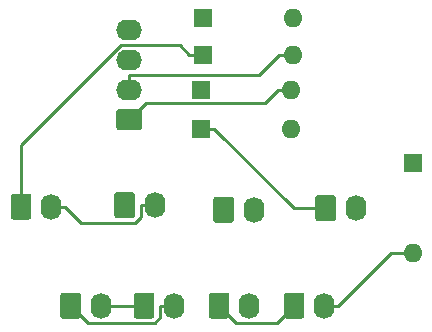
<source format=gbr>
G04 #@! TF.GenerationSoftware,KiCad,Pcbnew,(5.1.5-0-10_14)*
G04 #@! TF.CreationDate,2021-03-15T05:54:21+10:00*
G04 #@! TF.ProjectId,OH - Left Console - 31 - Landing Gear,4f48202d-204c-4656-9674-20436f6e736f,rev?*
G04 #@! TF.SameCoordinates,Original*
G04 #@! TF.FileFunction,Copper,L1,Top*
G04 #@! TF.FilePolarity,Positive*
%FSLAX46Y46*%
G04 Gerber Fmt 4.6, Leading zero omitted, Abs format (unit mm)*
G04 Created by KiCad (PCBNEW (5.1.5-0-10_14)) date 2021-03-15 05:54:21*
%MOMM*%
%LPD*%
G04 APERTURE LIST*
%ADD10O,1.740000X2.200000*%
%ADD11C,0.100000*%
%ADD12O,2.200000X1.740000*%
%ADD13O,1.600000X1.600000*%
%ADD14R,1.600000X1.600000*%
%ADD15C,0.250000*%
G04 APERTURE END LIST*
D10*
X178689000Y-68580000D03*
G04 #@! TA.AperFunction,ComponentPad*
D11*
G36*
X176793505Y-67481204D02*
G01*
X176817773Y-67484804D01*
X176841572Y-67490765D01*
X176864671Y-67499030D01*
X176886850Y-67509520D01*
X176907893Y-67522132D01*
X176927599Y-67536747D01*
X176945777Y-67553223D01*
X176962253Y-67571401D01*
X176976868Y-67591107D01*
X176989480Y-67612150D01*
X176999970Y-67634329D01*
X177008235Y-67657428D01*
X177014196Y-67681227D01*
X177017796Y-67705495D01*
X177019000Y-67729999D01*
X177019000Y-69430001D01*
X177017796Y-69454505D01*
X177014196Y-69478773D01*
X177008235Y-69502572D01*
X176999970Y-69525671D01*
X176989480Y-69547850D01*
X176976868Y-69568893D01*
X176962253Y-69588599D01*
X176945777Y-69606777D01*
X176927599Y-69623253D01*
X176907893Y-69637868D01*
X176886850Y-69650480D01*
X176864671Y-69660970D01*
X176841572Y-69669235D01*
X176817773Y-69675196D01*
X176793505Y-69678796D01*
X176769001Y-69680000D01*
X175528999Y-69680000D01*
X175504495Y-69678796D01*
X175480227Y-69675196D01*
X175456428Y-69669235D01*
X175433329Y-69660970D01*
X175411150Y-69650480D01*
X175390107Y-69637868D01*
X175370401Y-69623253D01*
X175352223Y-69606777D01*
X175335747Y-69588599D01*
X175321132Y-69568893D01*
X175308520Y-69547850D01*
X175298030Y-69525671D01*
X175289765Y-69502572D01*
X175283804Y-69478773D01*
X175280204Y-69454505D01*
X175279000Y-69430001D01*
X175279000Y-67729999D01*
X175280204Y-67705495D01*
X175283804Y-67681227D01*
X175289765Y-67657428D01*
X175298030Y-67634329D01*
X175308520Y-67612150D01*
X175321132Y-67591107D01*
X175335747Y-67571401D01*
X175352223Y-67553223D01*
X175370401Y-67536747D01*
X175390107Y-67522132D01*
X175411150Y-67509520D01*
X175433329Y-67499030D01*
X175456428Y-67490765D01*
X175480227Y-67484804D01*
X175504495Y-67481204D01*
X175528999Y-67480000D01*
X176769001Y-67480000D01*
X176793505Y-67481204D01*
G37*
G04 #@! TD.AperFunction*
D10*
X170053000Y-68707000D03*
G04 #@! TA.AperFunction,ComponentPad*
D11*
G36*
X168157505Y-67608204D02*
G01*
X168181773Y-67611804D01*
X168205572Y-67617765D01*
X168228671Y-67626030D01*
X168250850Y-67636520D01*
X168271893Y-67649132D01*
X168291599Y-67663747D01*
X168309777Y-67680223D01*
X168326253Y-67698401D01*
X168340868Y-67718107D01*
X168353480Y-67739150D01*
X168363970Y-67761329D01*
X168372235Y-67784428D01*
X168378196Y-67808227D01*
X168381796Y-67832495D01*
X168383000Y-67856999D01*
X168383000Y-69557001D01*
X168381796Y-69581505D01*
X168378196Y-69605773D01*
X168372235Y-69629572D01*
X168363970Y-69652671D01*
X168353480Y-69674850D01*
X168340868Y-69695893D01*
X168326253Y-69715599D01*
X168309777Y-69733777D01*
X168291599Y-69750253D01*
X168271893Y-69764868D01*
X168250850Y-69777480D01*
X168228671Y-69787970D01*
X168205572Y-69796235D01*
X168181773Y-69802196D01*
X168157505Y-69805796D01*
X168133001Y-69807000D01*
X166892999Y-69807000D01*
X166868495Y-69805796D01*
X166844227Y-69802196D01*
X166820428Y-69796235D01*
X166797329Y-69787970D01*
X166775150Y-69777480D01*
X166754107Y-69764868D01*
X166734401Y-69750253D01*
X166716223Y-69733777D01*
X166699747Y-69715599D01*
X166685132Y-69695893D01*
X166672520Y-69674850D01*
X166662030Y-69652671D01*
X166653765Y-69629572D01*
X166647804Y-69605773D01*
X166644204Y-69581505D01*
X166643000Y-69557001D01*
X166643000Y-67856999D01*
X166644204Y-67832495D01*
X166647804Y-67808227D01*
X166653765Y-67784428D01*
X166662030Y-67761329D01*
X166672520Y-67739150D01*
X166685132Y-67718107D01*
X166699747Y-67698401D01*
X166716223Y-67680223D01*
X166734401Y-67663747D01*
X166754107Y-67649132D01*
X166775150Y-67636520D01*
X166797329Y-67626030D01*
X166820428Y-67617765D01*
X166844227Y-67611804D01*
X166868495Y-67608204D01*
X166892999Y-67607000D01*
X168133001Y-67607000D01*
X168157505Y-67608204D01*
G37*
G04 #@! TD.AperFunction*
D10*
X152908000Y-68453000D03*
G04 #@! TA.AperFunction,ComponentPad*
D11*
G36*
X151012505Y-67354204D02*
G01*
X151036773Y-67357804D01*
X151060572Y-67363765D01*
X151083671Y-67372030D01*
X151105850Y-67382520D01*
X151126893Y-67395132D01*
X151146599Y-67409747D01*
X151164777Y-67426223D01*
X151181253Y-67444401D01*
X151195868Y-67464107D01*
X151208480Y-67485150D01*
X151218970Y-67507329D01*
X151227235Y-67530428D01*
X151233196Y-67554227D01*
X151236796Y-67578495D01*
X151238000Y-67602999D01*
X151238000Y-69303001D01*
X151236796Y-69327505D01*
X151233196Y-69351773D01*
X151227235Y-69375572D01*
X151218970Y-69398671D01*
X151208480Y-69420850D01*
X151195868Y-69441893D01*
X151181253Y-69461599D01*
X151164777Y-69479777D01*
X151146599Y-69496253D01*
X151126893Y-69510868D01*
X151105850Y-69523480D01*
X151083671Y-69533970D01*
X151060572Y-69542235D01*
X151036773Y-69548196D01*
X151012505Y-69551796D01*
X150988001Y-69553000D01*
X149747999Y-69553000D01*
X149723495Y-69551796D01*
X149699227Y-69548196D01*
X149675428Y-69542235D01*
X149652329Y-69533970D01*
X149630150Y-69523480D01*
X149609107Y-69510868D01*
X149589401Y-69496253D01*
X149571223Y-69479777D01*
X149554747Y-69461599D01*
X149540132Y-69441893D01*
X149527520Y-69420850D01*
X149517030Y-69398671D01*
X149508765Y-69375572D01*
X149502804Y-69351773D01*
X149499204Y-69327505D01*
X149498000Y-69303001D01*
X149498000Y-67602999D01*
X149499204Y-67578495D01*
X149502804Y-67554227D01*
X149508765Y-67530428D01*
X149517030Y-67507329D01*
X149527520Y-67485150D01*
X149540132Y-67464107D01*
X149554747Y-67444401D01*
X149571223Y-67426223D01*
X149589401Y-67409747D01*
X149609107Y-67395132D01*
X149630150Y-67382520D01*
X149652329Y-67372030D01*
X149675428Y-67363765D01*
X149699227Y-67357804D01*
X149723495Y-67354204D01*
X149747999Y-67353000D01*
X150988001Y-67353000D01*
X151012505Y-67354204D01*
G37*
G04 #@! TD.AperFunction*
D10*
X161671000Y-68326000D03*
G04 #@! TA.AperFunction,ComponentPad*
D11*
G36*
X159775505Y-67227204D02*
G01*
X159799773Y-67230804D01*
X159823572Y-67236765D01*
X159846671Y-67245030D01*
X159868850Y-67255520D01*
X159889893Y-67268132D01*
X159909599Y-67282747D01*
X159927777Y-67299223D01*
X159944253Y-67317401D01*
X159958868Y-67337107D01*
X159971480Y-67358150D01*
X159981970Y-67380329D01*
X159990235Y-67403428D01*
X159996196Y-67427227D01*
X159999796Y-67451495D01*
X160001000Y-67475999D01*
X160001000Y-69176001D01*
X159999796Y-69200505D01*
X159996196Y-69224773D01*
X159990235Y-69248572D01*
X159981970Y-69271671D01*
X159971480Y-69293850D01*
X159958868Y-69314893D01*
X159944253Y-69334599D01*
X159927777Y-69352777D01*
X159909599Y-69369253D01*
X159889893Y-69383868D01*
X159868850Y-69396480D01*
X159846671Y-69406970D01*
X159823572Y-69415235D01*
X159799773Y-69421196D01*
X159775505Y-69424796D01*
X159751001Y-69426000D01*
X158510999Y-69426000D01*
X158486495Y-69424796D01*
X158462227Y-69421196D01*
X158438428Y-69415235D01*
X158415329Y-69406970D01*
X158393150Y-69396480D01*
X158372107Y-69383868D01*
X158352401Y-69369253D01*
X158334223Y-69352777D01*
X158317747Y-69334599D01*
X158303132Y-69314893D01*
X158290520Y-69293850D01*
X158280030Y-69271671D01*
X158271765Y-69248572D01*
X158265804Y-69224773D01*
X158262204Y-69200505D01*
X158261000Y-69176001D01*
X158261000Y-67475999D01*
X158262204Y-67451495D01*
X158265804Y-67427227D01*
X158271765Y-67403428D01*
X158280030Y-67380329D01*
X158290520Y-67358150D01*
X158303132Y-67337107D01*
X158317747Y-67317401D01*
X158334223Y-67299223D01*
X158352401Y-67282747D01*
X158372107Y-67268132D01*
X158393150Y-67255520D01*
X158415329Y-67245030D01*
X158438428Y-67236765D01*
X158462227Y-67230804D01*
X158486495Y-67227204D01*
X158510999Y-67226000D01*
X159751001Y-67226000D01*
X159775505Y-67227204D01*
G37*
G04 #@! TD.AperFunction*
D10*
X176022000Y-76835000D03*
G04 #@! TA.AperFunction,ComponentPad*
D11*
G36*
X174126505Y-75736204D02*
G01*
X174150773Y-75739804D01*
X174174572Y-75745765D01*
X174197671Y-75754030D01*
X174219850Y-75764520D01*
X174240893Y-75777132D01*
X174260599Y-75791747D01*
X174278777Y-75808223D01*
X174295253Y-75826401D01*
X174309868Y-75846107D01*
X174322480Y-75867150D01*
X174332970Y-75889329D01*
X174341235Y-75912428D01*
X174347196Y-75936227D01*
X174350796Y-75960495D01*
X174352000Y-75984999D01*
X174352000Y-77685001D01*
X174350796Y-77709505D01*
X174347196Y-77733773D01*
X174341235Y-77757572D01*
X174332970Y-77780671D01*
X174322480Y-77802850D01*
X174309868Y-77823893D01*
X174295253Y-77843599D01*
X174278777Y-77861777D01*
X174260599Y-77878253D01*
X174240893Y-77892868D01*
X174219850Y-77905480D01*
X174197671Y-77915970D01*
X174174572Y-77924235D01*
X174150773Y-77930196D01*
X174126505Y-77933796D01*
X174102001Y-77935000D01*
X172861999Y-77935000D01*
X172837495Y-77933796D01*
X172813227Y-77930196D01*
X172789428Y-77924235D01*
X172766329Y-77915970D01*
X172744150Y-77905480D01*
X172723107Y-77892868D01*
X172703401Y-77878253D01*
X172685223Y-77861777D01*
X172668747Y-77843599D01*
X172654132Y-77823893D01*
X172641520Y-77802850D01*
X172631030Y-77780671D01*
X172622765Y-77757572D01*
X172616804Y-77733773D01*
X172613204Y-77709505D01*
X172612000Y-77685001D01*
X172612000Y-75984999D01*
X172613204Y-75960495D01*
X172616804Y-75936227D01*
X172622765Y-75912428D01*
X172631030Y-75889329D01*
X172641520Y-75867150D01*
X172654132Y-75846107D01*
X172668747Y-75826401D01*
X172685223Y-75808223D01*
X172703401Y-75791747D01*
X172723107Y-75777132D01*
X172744150Y-75764520D01*
X172766329Y-75754030D01*
X172789428Y-75745765D01*
X172813227Y-75739804D01*
X172837495Y-75736204D01*
X172861999Y-75735000D01*
X174102001Y-75735000D01*
X174126505Y-75736204D01*
G37*
G04 #@! TD.AperFunction*
D10*
X169672000Y-76835000D03*
G04 #@! TA.AperFunction,ComponentPad*
D11*
G36*
X167776505Y-75736204D02*
G01*
X167800773Y-75739804D01*
X167824572Y-75745765D01*
X167847671Y-75754030D01*
X167869850Y-75764520D01*
X167890893Y-75777132D01*
X167910599Y-75791747D01*
X167928777Y-75808223D01*
X167945253Y-75826401D01*
X167959868Y-75846107D01*
X167972480Y-75867150D01*
X167982970Y-75889329D01*
X167991235Y-75912428D01*
X167997196Y-75936227D01*
X168000796Y-75960495D01*
X168002000Y-75984999D01*
X168002000Y-77685001D01*
X168000796Y-77709505D01*
X167997196Y-77733773D01*
X167991235Y-77757572D01*
X167982970Y-77780671D01*
X167972480Y-77802850D01*
X167959868Y-77823893D01*
X167945253Y-77843599D01*
X167928777Y-77861777D01*
X167910599Y-77878253D01*
X167890893Y-77892868D01*
X167869850Y-77905480D01*
X167847671Y-77915970D01*
X167824572Y-77924235D01*
X167800773Y-77930196D01*
X167776505Y-77933796D01*
X167752001Y-77935000D01*
X166511999Y-77935000D01*
X166487495Y-77933796D01*
X166463227Y-77930196D01*
X166439428Y-77924235D01*
X166416329Y-77915970D01*
X166394150Y-77905480D01*
X166373107Y-77892868D01*
X166353401Y-77878253D01*
X166335223Y-77861777D01*
X166318747Y-77843599D01*
X166304132Y-77823893D01*
X166291520Y-77802850D01*
X166281030Y-77780671D01*
X166272765Y-77757572D01*
X166266804Y-77733773D01*
X166263204Y-77709505D01*
X166262000Y-77685001D01*
X166262000Y-75984999D01*
X166263204Y-75960495D01*
X166266804Y-75936227D01*
X166272765Y-75912428D01*
X166281030Y-75889329D01*
X166291520Y-75867150D01*
X166304132Y-75846107D01*
X166318747Y-75826401D01*
X166335223Y-75808223D01*
X166353401Y-75791747D01*
X166373107Y-75777132D01*
X166394150Y-75764520D01*
X166416329Y-75754030D01*
X166439428Y-75745765D01*
X166463227Y-75739804D01*
X166487495Y-75736204D01*
X166511999Y-75735000D01*
X167752001Y-75735000D01*
X167776505Y-75736204D01*
G37*
G04 #@! TD.AperFunction*
D10*
X157099000Y-76835000D03*
G04 #@! TA.AperFunction,ComponentPad*
D11*
G36*
X155203505Y-75736204D02*
G01*
X155227773Y-75739804D01*
X155251572Y-75745765D01*
X155274671Y-75754030D01*
X155296850Y-75764520D01*
X155317893Y-75777132D01*
X155337599Y-75791747D01*
X155355777Y-75808223D01*
X155372253Y-75826401D01*
X155386868Y-75846107D01*
X155399480Y-75867150D01*
X155409970Y-75889329D01*
X155418235Y-75912428D01*
X155424196Y-75936227D01*
X155427796Y-75960495D01*
X155429000Y-75984999D01*
X155429000Y-77685001D01*
X155427796Y-77709505D01*
X155424196Y-77733773D01*
X155418235Y-77757572D01*
X155409970Y-77780671D01*
X155399480Y-77802850D01*
X155386868Y-77823893D01*
X155372253Y-77843599D01*
X155355777Y-77861777D01*
X155337599Y-77878253D01*
X155317893Y-77892868D01*
X155296850Y-77905480D01*
X155274671Y-77915970D01*
X155251572Y-77924235D01*
X155227773Y-77930196D01*
X155203505Y-77933796D01*
X155179001Y-77935000D01*
X153938999Y-77935000D01*
X153914495Y-77933796D01*
X153890227Y-77930196D01*
X153866428Y-77924235D01*
X153843329Y-77915970D01*
X153821150Y-77905480D01*
X153800107Y-77892868D01*
X153780401Y-77878253D01*
X153762223Y-77861777D01*
X153745747Y-77843599D01*
X153731132Y-77823893D01*
X153718520Y-77802850D01*
X153708030Y-77780671D01*
X153699765Y-77757572D01*
X153693804Y-77733773D01*
X153690204Y-77709505D01*
X153689000Y-77685001D01*
X153689000Y-75984999D01*
X153690204Y-75960495D01*
X153693804Y-75936227D01*
X153699765Y-75912428D01*
X153708030Y-75889329D01*
X153718520Y-75867150D01*
X153731132Y-75846107D01*
X153745747Y-75826401D01*
X153762223Y-75808223D01*
X153780401Y-75791747D01*
X153800107Y-75777132D01*
X153821150Y-75764520D01*
X153843329Y-75754030D01*
X153866428Y-75745765D01*
X153890227Y-75739804D01*
X153914495Y-75736204D01*
X153938999Y-75735000D01*
X155179001Y-75735000D01*
X155203505Y-75736204D01*
G37*
G04 #@! TD.AperFunction*
D12*
X159512000Y-53467000D03*
X159512000Y-56007000D03*
X159512000Y-58547000D03*
G04 #@! TA.AperFunction,ComponentPad*
D11*
G36*
X160386505Y-60218204D02*
G01*
X160410773Y-60221804D01*
X160434572Y-60227765D01*
X160457671Y-60236030D01*
X160479850Y-60246520D01*
X160500893Y-60259132D01*
X160520599Y-60273747D01*
X160538777Y-60290223D01*
X160555253Y-60308401D01*
X160569868Y-60328107D01*
X160582480Y-60349150D01*
X160592970Y-60371329D01*
X160601235Y-60394428D01*
X160607196Y-60418227D01*
X160610796Y-60442495D01*
X160612000Y-60466999D01*
X160612000Y-61707001D01*
X160610796Y-61731505D01*
X160607196Y-61755773D01*
X160601235Y-61779572D01*
X160592970Y-61802671D01*
X160582480Y-61824850D01*
X160569868Y-61845893D01*
X160555253Y-61865599D01*
X160538777Y-61883777D01*
X160520599Y-61900253D01*
X160500893Y-61914868D01*
X160479850Y-61927480D01*
X160457671Y-61937970D01*
X160434572Y-61946235D01*
X160410773Y-61952196D01*
X160386505Y-61955796D01*
X160362001Y-61957000D01*
X158661999Y-61957000D01*
X158637495Y-61955796D01*
X158613227Y-61952196D01*
X158589428Y-61946235D01*
X158566329Y-61937970D01*
X158544150Y-61927480D01*
X158523107Y-61914868D01*
X158503401Y-61900253D01*
X158485223Y-61883777D01*
X158468747Y-61865599D01*
X158454132Y-61845893D01*
X158441520Y-61824850D01*
X158431030Y-61802671D01*
X158422765Y-61779572D01*
X158416804Y-61755773D01*
X158413204Y-61731505D01*
X158412000Y-61707001D01*
X158412000Y-60466999D01*
X158413204Y-60442495D01*
X158416804Y-60418227D01*
X158422765Y-60394428D01*
X158431030Y-60371329D01*
X158441520Y-60349150D01*
X158454132Y-60328107D01*
X158468747Y-60308401D01*
X158485223Y-60290223D01*
X158503401Y-60273747D01*
X158523107Y-60259132D01*
X158544150Y-60246520D01*
X158566329Y-60236030D01*
X158589428Y-60227765D01*
X158613227Y-60221804D01*
X158637495Y-60218204D01*
X158661999Y-60217000D01*
X160362001Y-60217000D01*
X160386505Y-60218204D01*
G37*
G04 #@! TD.AperFunction*
D13*
X183515000Y-72390000D03*
D14*
X183515000Y-64770000D03*
D10*
X163322000Y-76835000D03*
G04 #@! TA.AperFunction,ComponentPad*
D11*
G36*
X161426505Y-75736204D02*
G01*
X161450773Y-75739804D01*
X161474572Y-75745765D01*
X161497671Y-75754030D01*
X161519850Y-75764520D01*
X161540893Y-75777132D01*
X161560599Y-75791747D01*
X161578777Y-75808223D01*
X161595253Y-75826401D01*
X161609868Y-75846107D01*
X161622480Y-75867150D01*
X161632970Y-75889329D01*
X161641235Y-75912428D01*
X161647196Y-75936227D01*
X161650796Y-75960495D01*
X161652000Y-75984999D01*
X161652000Y-77685001D01*
X161650796Y-77709505D01*
X161647196Y-77733773D01*
X161641235Y-77757572D01*
X161632970Y-77780671D01*
X161622480Y-77802850D01*
X161609868Y-77823893D01*
X161595253Y-77843599D01*
X161578777Y-77861777D01*
X161560599Y-77878253D01*
X161540893Y-77892868D01*
X161519850Y-77905480D01*
X161497671Y-77915970D01*
X161474572Y-77924235D01*
X161450773Y-77930196D01*
X161426505Y-77933796D01*
X161402001Y-77935000D01*
X160161999Y-77935000D01*
X160137495Y-77933796D01*
X160113227Y-77930196D01*
X160089428Y-77924235D01*
X160066329Y-77915970D01*
X160044150Y-77905480D01*
X160023107Y-77892868D01*
X160003401Y-77878253D01*
X159985223Y-77861777D01*
X159968747Y-77843599D01*
X159954132Y-77823893D01*
X159941520Y-77802850D01*
X159931030Y-77780671D01*
X159922765Y-77757572D01*
X159916804Y-77733773D01*
X159913204Y-77709505D01*
X159912000Y-77685001D01*
X159912000Y-75984999D01*
X159913204Y-75960495D01*
X159916804Y-75936227D01*
X159922765Y-75912428D01*
X159931030Y-75889329D01*
X159941520Y-75867150D01*
X159954132Y-75846107D01*
X159968747Y-75826401D01*
X159985223Y-75808223D01*
X160003401Y-75791747D01*
X160023107Y-75777132D01*
X160044150Y-75764520D01*
X160066329Y-75754030D01*
X160089428Y-75745765D01*
X160113227Y-75739804D01*
X160137495Y-75736204D01*
X160161999Y-75735000D01*
X161402001Y-75735000D01*
X161426505Y-75736204D01*
G37*
G04 #@! TD.AperFunction*
D13*
X173228000Y-61849000D03*
D14*
X165608000Y-61849000D03*
D13*
X173228000Y-58547000D03*
D14*
X165608000Y-58547000D03*
D13*
X173355000Y-55626000D03*
D14*
X165735000Y-55626000D03*
D13*
X173355000Y-52451000D03*
D14*
X165735000Y-52451000D03*
D15*
X173228000Y-58547000D02*
X172102700Y-58547000D01*
X172102700Y-58547000D02*
X170977400Y-59672300D01*
X170977400Y-59672300D02*
X160926700Y-59672300D01*
X160926700Y-59672300D02*
X159512000Y-61087000D01*
X159512000Y-58547000D02*
X159512000Y-57351700D01*
X173355000Y-55626000D02*
X172229700Y-55626000D01*
X172229700Y-55626000D02*
X170504000Y-57351700D01*
X170504000Y-57351700D02*
X159512000Y-57351700D01*
X165735000Y-55626000D02*
X164609700Y-55626000D01*
X150368000Y-68453000D02*
X150368000Y-63214500D01*
X150368000Y-63214500D02*
X158789900Y-54792600D01*
X158789900Y-54792600D02*
X163776300Y-54792600D01*
X163776300Y-54792600D02*
X164609700Y-55626000D01*
X165608000Y-61849000D02*
X166733300Y-61849000D01*
X166733300Y-61849000D02*
X173464300Y-68580000D01*
X173464300Y-68580000D02*
X176149000Y-68580000D01*
X163322000Y-76835000D02*
X162126700Y-76835000D01*
X162126700Y-76835000D02*
X162126700Y-77806200D01*
X162126700Y-77806200D02*
X161658300Y-78274600D01*
X161658300Y-78274600D02*
X155998600Y-78274600D01*
X155998600Y-78274600D02*
X154559000Y-76835000D01*
X160782000Y-76835000D02*
X157099000Y-76835000D01*
X176022000Y-76835000D02*
X177217300Y-76835000D01*
X183515000Y-72390000D02*
X181662300Y-72390000D01*
X181662300Y-72390000D02*
X177217300Y-76835000D01*
X173482000Y-76835000D02*
X172042400Y-78274600D01*
X172042400Y-78274600D02*
X168571600Y-78274600D01*
X168571600Y-78274600D02*
X167132000Y-76835000D01*
X152908000Y-68453000D02*
X154103300Y-68453000D01*
X161671000Y-68326000D02*
X160475700Y-68326000D01*
X160475700Y-68326000D02*
X160475700Y-69297200D01*
X160475700Y-69297200D02*
X159964700Y-69808200D01*
X159964700Y-69808200D02*
X155458500Y-69808200D01*
X155458500Y-69808200D02*
X154103300Y-68453000D01*
M02*

</source>
